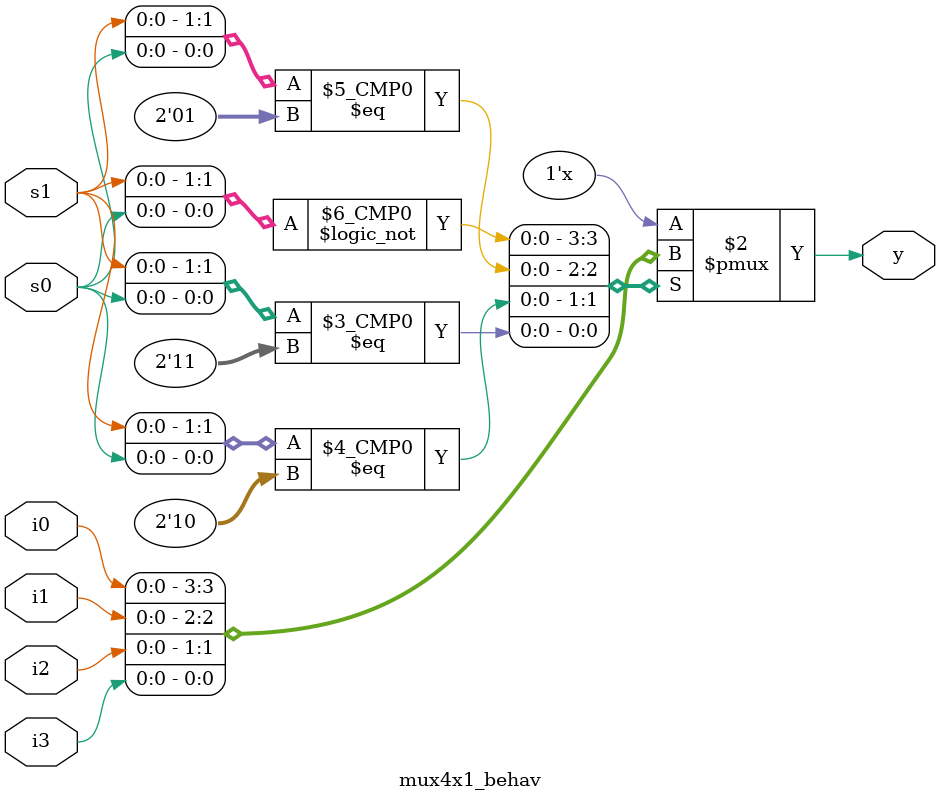
<source format=v>
`timescale 1ns / 1ps

module mux4x1_behav (
    input i0, i1, i2, i3,
    input s1, s0,
    output reg y
);
    always @(*) begin
        case ({s1,s0})
            2'b00: y = i0;
            2'b01: y = i1;
            2'b10: y = i2;
            2'b11: y = i3;
        endcase
    end
endmodule

</source>
